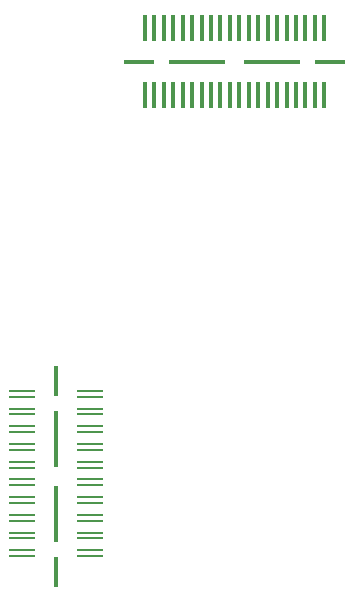
<source format=gbr>
%TF.GenerationSoftware,KiCad,Pcbnew,7.0.1*%
%TF.CreationDate,2023-08-08T21:16:00-04:00*%
%TF.ProjectId,syzygy-txr-to-std,73797a79-6779-42d7-9478-722d746f2d73,rev?*%
%TF.SameCoordinates,Original*%
%TF.FileFunction,Paste,Top*%
%TF.FilePolarity,Positive*%
%FSLAX46Y46*%
G04 Gerber Fmt 4.6, Leading zero omitted, Abs format (unit mm)*
G04 Created by KiCad (PCBNEW 7.0.1) date 2023-08-08 21:16:00*
%MOMM*%
%LPD*%
G01*
G04 APERTURE LIST*
%ADD10R,2.270000X0.280000*%
%ADD11R,0.430000X2.540000*%
%ADD12R,0.430000X4.700000*%
%ADD13R,0.410000X2.270000*%
%ADD14R,2.540000X0.430000*%
%ADD15R,4.700000X0.430000*%
G04 APERTURE END LIST*
D10*
%TO.C,J1*%
X137008000Y-96812800D03*
X142748000Y-96812800D03*
X137008000Y-97312800D03*
X142748000Y-97312800D03*
X137008000Y-98312800D03*
X142748000Y-98312800D03*
X137008000Y-98812800D03*
X142748000Y-98812800D03*
X137008000Y-99812800D03*
X142748000Y-99812800D03*
X137008000Y-100312800D03*
X142748000Y-100312800D03*
X137008000Y-101312800D03*
X142748000Y-101312800D03*
X137008000Y-101812800D03*
X142748000Y-101812800D03*
X137008000Y-102812800D03*
X142748000Y-102812800D03*
X137008000Y-103312800D03*
X142748000Y-103312800D03*
X137008000Y-104312800D03*
X142748000Y-104312800D03*
X137008000Y-104812800D03*
X142748000Y-104812800D03*
X137008000Y-105812800D03*
X142748000Y-105812800D03*
X137008000Y-106312800D03*
X142748000Y-106312800D03*
X137008000Y-107312800D03*
X142748000Y-107312800D03*
X137008000Y-107812800D03*
X142748000Y-107812800D03*
X137008000Y-108812800D03*
X142748000Y-108812800D03*
X137008000Y-109312800D03*
X142748000Y-109312800D03*
X137008000Y-110312800D03*
X142748000Y-110312800D03*
X137008000Y-110812800D03*
X142748000Y-110812800D03*
D11*
X139878000Y-95992800D03*
D12*
X139878000Y-100882800D03*
X139878000Y-107232800D03*
D11*
X139878000Y-112122800D03*
%TD*%
D13*
%TO.C,J2*%
X147421601Y-71804999D03*
X147421601Y-66074999D03*
X148221601Y-71804999D03*
X148221601Y-66074999D03*
X149021601Y-71804999D03*
X149021601Y-66074999D03*
X149821601Y-71804999D03*
X149821601Y-66074999D03*
X150621601Y-71804999D03*
X150621601Y-66074999D03*
X151421601Y-71804999D03*
X151421601Y-66074999D03*
X152221601Y-71804999D03*
X152221601Y-66074999D03*
X153021601Y-71804999D03*
X153021601Y-66074999D03*
X153821601Y-71804999D03*
X153821601Y-66074999D03*
X154621601Y-71804999D03*
X154621601Y-66074999D03*
X155421601Y-71804999D03*
X155421601Y-66074999D03*
X156221601Y-71804999D03*
X156221601Y-66074999D03*
X157021601Y-71804999D03*
X157021601Y-66074999D03*
X157821601Y-71804999D03*
X157821601Y-66074999D03*
X158621601Y-71804999D03*
X158621601Y-66074999D03*
X159421601Y-71804999D03*
X159421601Y-66074999D03*
X160221601Y-71804999D03*
X160221601Y-66074999D03*
X161021601Y-71804999D03*
X161021601Y-66074999D03*
X161821601Y-71804999D03*
X161821601Y-66074999D03*
X162621601Y-71804999D03*
X162621601Y-66074999D03*
D14*
X146951601Y-68939999D03*
D15*
X151841601Y-68939999D03*
X158191601Y-68939999D03*
D14*
X163081601Y-68939999D03*
%TD*%
M02*

</source>
